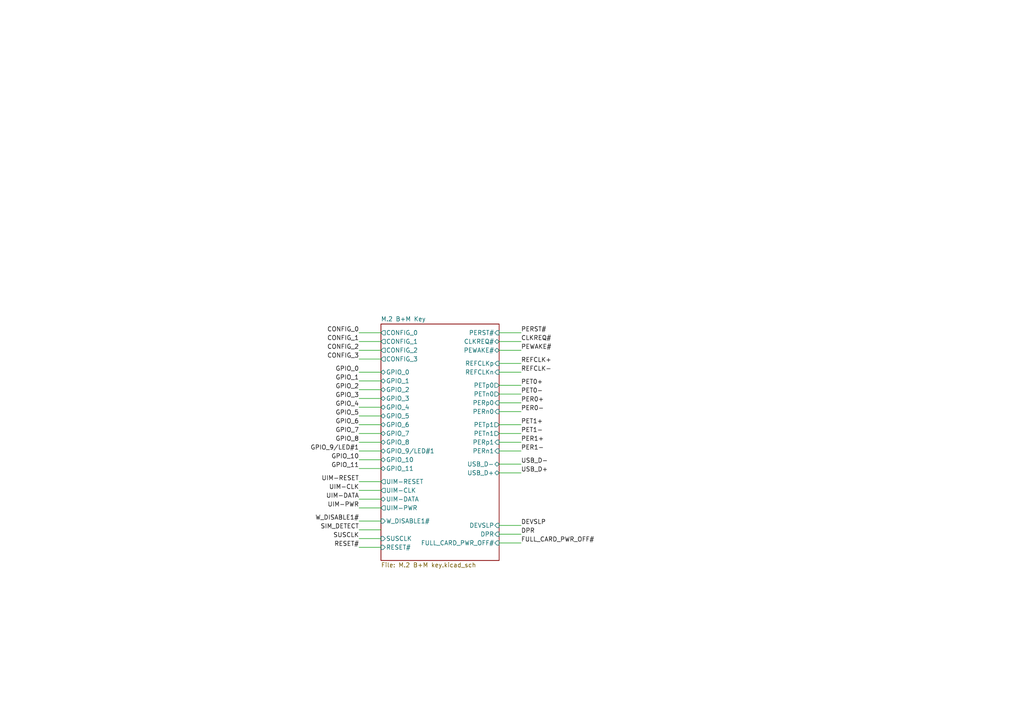
<source format=kicad_sch>
(kicad_sch
	(version 20250114)
	(generator "eeschema")
	(generator_version "9.0")
	(uuid "bf595846-33e1-4f83-992a-a65eed3469a0")
	(paper "A4")
	(lib_symbols)
	(wire
		(pts
			(xy 104.14 147.32) (xy 110.49 147.32)
		)
		(stroke
			(width 0)
			(type default)
		)
		(uuid "027add05-b55c-4210-81e1-e779cabdca0e")
	)
	(wire
		(pts
			(xy 104.14 123.19) (xy 110.49 123.19)
		)
		(stroke
			(width 0)
			(type default)
		)
		(uuid "03deeb55-6619-474c-b97a-099fd68ca772")
	)
	(wire
		(pts
			(xy 144.78 152.4) (xy 151.13 152.4)
		)
		(stroke
			(width 0)
			(type default)
		)
		(uuid "0a3b7058-546c-4069-985a-f18fba2df344")
	)
	(wire
		(pts
			(xy 104.14 101.6) (xy 110.49 101.6)
		)
		(stroke
			(width 0)
			(type default)
		)
		(uuid "140bd7a0-f935-45af-b6de-dd5191fa8796")
	)
	(wire
		(pts
			(xy 104.14 128.27) (xy 110.49 128.27)
		)
		(stroke
			(width 0)
			(type default)
		)
		(uuid "1624ccec-c230-496b-b410-9445092885e5")
	)
	(wire
		(pts
			(xy 144.78 123.19) (xy 151.13 123.19)
		)
		(stroke
			(width 0)
			(type default)
		)
		(uuid "16b36344-f231-4a12-af09-5276f38a1085")
	)
	(wire
		(pts
			(xy 104.14 153.67) (xy 110.49 153.67)
		)
		(stroke
			(width 0)
			(type default)
		)
		(uuid "24b83330-9299-4371-84a9-1589c86ab8a8")
	)
	(wire
		(pts
			(xy 104.14 110.49) (xy 110.49 110.49)
		)
		(stroke
			(width 0)
			(type default)
		)
		(uuid "321fb38b-2c52-4e3a-addb-b33a8178a987")
	)
	(wire
		(pts
			(xy 144.78 125.73) (xy 151.13 125.73)
		)
		(stroke
			(width 0)
			(type default)
		)
		(uuid "3f82287f-e9ef-4d8d-8029-608ac80a35cc")
	)
	(wire
		(pts
			(xy 144.78 101.6) (xy 151.13 101.6)
		)
		(stroke
			(width 0)
			(type default)
		)
		(uuid "3fedc89a-131f-469a-bdeb-11ccabc183ae")
	)
	(wire
		(pts
			(xy 104.14 156.21) (xy 110.49 156.21)
		)
		(stroke
			(width 0)
			(type default)
		)
		(uuid "44e264d4-5794-47c2-9651-7b773699c698")
	)
	(wire
		(pts
			(xy 104.14 142.24) (xy 110.49 142.24)
		)
		(stroke
			(width 0)
			(type default)
		)
		(uuid "50d40c12-5a82-46bf-8755-8f797d5f06df")
	)
	(wire
		(pts
			(xy 144.78 157.48) (xy 151.13 157.48)
		)
		(stroke
			(width 0)
			(type default)
		)
		(uuid "5b068289-eb18-48cb-b4ad-ee94e9fc04c3")
	)
	(wire
		(pts
			(xy 144.78 128.27) (xy 151.13 128.27)
		)
		(stroke
			(width 0)
			(type default)
		)
		(uuid "62366e99-c435-41d4-8f93-a843e83c3051")
	)
	(wire
		(pts
			(xy 144.78 114.3) (xy 151.13 114.3)
		)
		(stroke
			(width 0)
			(type default)
		)
		(uuid "6a43c40e-8604-4ebb-92e5-560d66c7b20c")
	)
	(wire
		(pts
			(xy 104.14 107.95) (xy 110.49 107.95)
		)
		(stroke
			(width 0)
			(type default)
		)
		(uuid "6e4e4ff3-9b5f-463a-83eb-ade94b0ef021")
	)
	(wire
		(pts
			(xy 104.14 120.65) (xy 110.49 120.65)
		)
		(stroke
			(width 0)
			(type default)
		)
		(uuid "6f7a3603-1e2e-4440-91a7-9e2680ec4ef9")
	)
	(wire
		(pts
			(xy 144.78 116.84) (xy 151.13 116.84)
		)
		(stroke
			(width 0)
			(type default)
		)
		(uuid "6fba17cb-2f6f-469d-ab2a-13dea934ef9c")
	)
	(wire
		(pts
			(xy 104.14 113.03) (xy 110.49 113.03)
		)
		(stroke
			(width 0)
			(type default)
		)
		(uuid "7af7cceb-1ab4-477c-b32a-a7c05766e3a7")
	)
	(wire
		(pts
			(xy 144.78 107.95) (xy 151.13 107.95)
		)
		(stroke
			(width 0)
			(type default)
		)
		(uuid "7bc9a1c8-12ad-4dc4-8b82-27e898acb24b")
	)
	(wire
		(pts
			(xy 104.14 125.73) (xy 110.49 125.73)
		)
		(stroke
			(width 0)
			(type default)
		)
		(uuid "978eeb83-2560-4b72-ae82-756419750986")
	)
	(wire
		(pts
			(xy 144.78 137.16) (xy 151.13 137.16)
		)
		(stroke
			(width 0)
			(type default)
		)
		(uuid "98a23c1f-2359-4e1d-87ed-c400f0f4695e")
	)
	(wire
		(pts
			(xy 144.78 134.62) (xy 151.13 134.62)
		)
		(stroke
			(width 0)
			(type default)
		)
		(uuid "9d98c55d-3cdb-4681-914b-40eac59e5b70")
	)
	(wire
		(pts
			(xy 144.78 111.76) (xy 151.13 111.76)
		)
		(stroke
			(width 0)
			(type default)
		)
		(uuid "9efd37f2-103e-45f9-81c3-4b051abb8fa8")
	)
	(wire
		(pts
			(xy 144.78 119.38) (xy 151.13 119.38)
		)
		(stroke
			(width 0)
			(type default)
		)
		(uuid "b7cf0f89-0ce8-4cc9-a755-fe11f382c8b1")
	)
	(wire
		(pts
			(xy 144.78 130.81) (xy 151.13 130.81)
		)
		(stroke
			(width 0)
			(type default)
		)
		(uuid "bb97b91f-ffc8-4ddd-a2e5-33a0b6796ec2")
	)
	(wire
		(pts
			(xy 104.14 144.78) (xy 110.49 144.78)
		)
		(stroke
			(width 0)
			(type default)
		)
		(uuid "c0a9e061-6c52-43e8-abc8-6e306c30ecfd")
	)
	(wire
		(pts
			(xy 104.14 133.35) (xy 110.49 133.35)
		)
		(stroke
			(width 0)
			(type default)
		)
		(uuid "c47f0904-73d9-4f9b-ad7e-e60c6920630a")
	)
	(wire
		(pts
			(xy 104.14 130.81) (xy 110.49 130.81)
		)
		(stroke
			(width 0)
			(type default)
		)
		(uuid "cad16c5a-1a83-4c92-a7f4-f1ab6b6c6772")
	)
	(wire
		(pts
			(xy 144.78 99.06) (xy 151.13 99.06)
		)
		(stroke
			(width 0)
			(type default)
		)
		(uuid "cf822457-a2d8-479e-bc23-fb8233b4e49d")
	)
	(wire
		(pts
			(xy 104.14 104.14) (xy 110.49 104.14)
		)
		(stroke
			(width 0)
			(type default)
		)
		(uuid "d1a948bf-2b04-42a5-9e6d-2c763959268c")
	)
	(wire
		(pts
			(xy 144.78 105.41) (xy 151.13 105.41)
		)
		(stroke
			(width 0)
			(type default)
		)
		(uuid "d42914fb-d198-498d-a3e2-35320274fdf0")
	)
	(wire
		(pts
			(xy 104.14 158.75) (xy 110.49 158.75)
		)
		(stroke
			(width 0)
			(type default)
		)
		(uuid "d6ef74e2-053f-45f2-b489-3c02e3993129")
	)
	(wire
		(pts
			(xy 104.14 118.11) (xy 110.49 118.11)
		)
		(stroke
			(width 0)
			(type default)
		)
		(uuid "daef4c00-85b6-4938-bc4b-094c9951ee66")
	)
	(wire
		(pts
			(xy 104.14 99.06) (xy 110.49 99.06)
		)
		(stroke
			(width 0)
			(type default)
		)
		(uuid "e12a6313-50e9-4fc6-ac13-8395b45edb40")
	)
	(wire
		(pts
			(xy 104.14 135.89) (xy 110.49 135.89)
		)
		(stroke
			(width 0)
			(type default)
		)
		(uuid "e4a063ac-64e6-49fb-8e55-aa0fe0757754")
	)
	(wire
		(pts
			(xy 144.78 154.94) (xy 151.13 154.94)
		)
		(stroke
			(width 0)
			(type default)
		)
		(uuid "ebe60d41-621d-4f7c-b40e-5a662be3191d")
	)
	(wire
		(pts
			(xy 144.78 96.52) (xy 151.13 96.52)
		)
		(stroke
			(width 0)
			(type default)
		)
		(uuid "f09c4b79-0454-4497-95da-2173ad04dfc3")
	)
	(wire
		(pts
			(xy 104.14 151.13) (xy 110.49 151.13)
		)
		(stroke
			(width 0)
			(type default)
		)
		(uuid "f46058bd-54eb-4b99-accb-5f1805a8c9c7")
	)
	(wire
		(pts
			(xy 104.14 115.57) (xy 110.49 115.57)
		)
		(stroke
			(width 0)
			(type default)
		)
		(uuid "fa31e4ab-7a52-419e-90cb-27a1c81610b0")
	)
	(wire
		(pts
			(xy 104.14 96.52) (xy 110.49 96.52)
		)
		(stroke
			(width 0)
			(type default)
		)
		(uuid "fadf04a1-225d-44aa-a94f-db24d0bd9182")
	)
	(wire
		(pts
			(xy 104.14 139.7) (xy 110.49 139.7)
		)
		(stroke
			(width 0)
			(type default)
		)
		(uuid "ff652a0c-874b-4dec-b926-2a10d88b73fb")
	)
	(label "GPIO_0"
		(at 104.14 107.95 180)
		(effects
			(font
				(size 1.27 1.27)
			)
			(justify right bottom)
		)
		(uuid "091953df-2d22-42e9-a736-33a4dad4817f")
	)
	(label "PET1-"
		(at 151.13 125.73 0)
		(effects
			(font
				(size 1.27 1.27)
			)
			(justify left bottom)
		)
		(uuid "0ce29dda-e348-414a-a140-7ae1b366bd89")
	)
	(label "PET0-"
		(at 151.13 114.3 0)
		(effects
			(font
				(size 1.27 1.27)
			)
			(justify left bottom)
		)
		(uuid "17f106fa-ed28-4b1d-bab4-694573df8cc9")
	)
	(label "CLKREQ#"
		(at 151.13 99.06 0)
		(effects
			(font
				(size 1.27 1.27)
			)
			(justify left bottom)
		)
		(uuid "1ab02429-0744-4cce-9933-498719b50ebe")
	)
	(label "GPIO_3"
		(at 104.14 115.57 180)
		(effects
			(font
				(size 1.27 1.27)
			)
			(justify right bottom)
		)
		(uuid "1c67fe6a-61e4-45ad-b32c-297d469558a1")
	)
	(label "UIM-PWR"
		(at 104.14 147.32 180)
		(effects
			(font
				(size 1.27 1.27)
			)
			(justify right bottom)
		)
		(uuid "1d24901e-4b45-476a-84ff-8891bcc11516")
	)
	(label "CONFIG_3"
		(at 104.14 104.14 180)
		(effects
			(font
				(size 1.27 1.27)
			)
			(justify right bottom)
		)
		(uuid "2409e62f-2529-4a33-bf22-0df33c9d324c")
	)
	(label "W_DISABLE1#"
		(at 104.14 151.13 180)
		(effects
			(font
				(size 1.27 1.27)
			)
			(justify right bottom)
		)
		(uuid "2e8c4f78-9789-4d5e-b3b6-2c757cdf8f2c")
	)
	(label "SUSCLK"
		(at 104.14 156.21 180)
		(effects
			(font
				(size 1.27 1.27)
			)
			(justify right bottom)
		)
		(uuid "3087ca68-24f5-4775-8baa-88ece10248a2")
	)
	(label "GPIO_10"
		(at 104.14 133.35 180)
		(effects
			(font
				(size 1.27 1.27)
			)
			(justify right bottom)
		)
		(uuid "31254fe9-b82a-49fb-b5d4-08dd95c54184")
	)
	(label "GPIO_2"
		(at 104.14 113.03 180)
		(effects
			(font
				(size 1.27 1.27)
			)
			(justify right bottom)
		)
		(uuid "3649a10d-7d5b-42e9-bbe5-6556ac42070f")
	)
	(label "REFCLK+"
		(at 151.13 105.41 0)
		(effects
			(font
				(size 1.27 1.27)
			)
			(justify left bottom)
		)
		(uuid "3918a797-40f4-431c-a0c3-4bee6e7229d4")
	)
	(label "GPIO_11"
		(at 104.14 135.89 180)
		(effects
			(font
				(size 1.27 1.27)
			)
			(justify right bottom)
		)
		(uuid "3ae386a0-486f-4269-9d4a-cc493b2b6bd7")
	)
	(label "PET0+"
		(at 151.13 111.76 0)
		(effects
			(font
				(size 1.27 1.27)
			)
			(justify left bottom)
		)
		(uuid "4dbd5b1f-51d0-44aa-b7e8-50e79cb87f73")
	)
	(label "FULL_CARD_PWR_OFF#"
		(at 151.13 157.48 0)
		(effects
			(font
				(size 1.27 1.27)
			)
			(justify left bottom)
		)
		(uuid "4f99187f-bf26-49a2-9c96-2bf73aede6fa")
	)
	(label "PER1+"
		(at 151.13 128.27 0)
		(effects
			(font
				(size 1.27 1.27)
			)
			(justify left bottom)
		)
		(uuid "51bc59c4-482d-4380-98c0-e7ba587056f7")
	)
	(label "GPIO_9{slash}LED#1"
		(at 104.14 130.81 180)
		(effects
			(font
				(size 1.27 1.27)
			)
			(justify right bottom)
		)
		(uuid "573e21c1-8ea3-4d1d-9997-9707a7c7ade8")
	)
	(label "GPIO_6"
		(at 104.14 123.19 180)
		(effects
			(font
				(size 1.27 1.27)
			)
			(justify right bottom)
		)
		(uuid "5dd4f0b8-6811-4143-8b27-7ea5e7a6697f")
	)
	(label "CONFIG_1"
		(at 104.14 99.06 180)
		(effects
			(font
				(size 1.27 1.27)
			)
			(justify right bottom)
		)
		(uuid "5e65b45d-a693-470f-b9f7-f2ba21625750")
	)
	(label "GPIO_4"
		(at 104.14 118.11 180)
		(effects
			(font
				(size 1.27 1.27)
			)
			(justify right bottom)
		)
		(uuid "6c41bf76-3335-4c2d-b5d4-96f912d5f805")
	)
	(label "UIM-DATA"
		(at 104.14 144.78 180)
		(effects
			(font
				(size 1.27 1.27)
			)
			(justify right bottom)
		)
		(uuid "7985ada2-5107-45fe-8b32-e6113d53f479")
	)
	(label "PET1+"
		(at 151.13 123.19 0)
		(effects
			(font
				(size 1.27 1.27)
			)
			(justify left bottom)
		)
		(uuid "79e4330b-8165-48a1-b668-a3b0e6696da8")
	)
	(label "GPIO_7"
		(at 104.14 125.73 180)
		(effects
			(font
				(size 1.27 1.27)
			)
			(justify right bottom)
		)
		(uuid "7b0a5ae2-5c97-4d20-8a10-621008972621")
	)
	(label "USB_D+"
		(at 151.13 137.16 0)
		(effects
			(font
				(size 1.27 1.27)
			)
			(justify left bottom)
		)
		(uuid "7d9ecf3a-19b7-473a-9dfc-78a8f347d23b")
	)
	(label "PER0+"
		(at 151.13 116.84 0)
		(effects
			(font
				(size 1.27 1.27)
			)
			(justify left bottom)
		)
		(uuid "84e938b3-73fe-4e62-a1d8-0c8b1f0b3f8f")
	)
	(label "RESET#"
		(at 104.14 158.75 180)
		(effects
			(font
				(size 1.27 1.27)
			)
			(justify right bottom)
		)
		(uuid "89e06165-dd8b-4b2e-ad05-e528834c68e4")
	)
	(label "GPIO_8"
		(at 104.14 128.27 180)
		(effects
			(font
				(size 1.27 1.27)
			)
			(justify right bottom)
		)
		(uuid "8b833d1a-6c72-4ede-ac0a-d6aa5582206e")
	)
	(label "GPIO_1"
		(at 104.14 110.49 180)
		(effects
			(font
				(size 1.27 1.27)
			)
			(justify right bottom)
		)
		(uuid "8ecf919c-7880-42ee-8389-5a8431ea8ccf")
	)
	(label "SIM_DETECT"
		(at 104.14 153.67 180)
		(effects
			(font
				(size 1.27 1.27)
			)
			(justify right bottom)
		)
		(uuid "96723788-b6b8-47fe-a0b0-994ce0d97561")
	)
	(label "UIM-CLK"
		(at 104.14 142.24 180)
		(effects
			(font
				(size 1.27 1.27)
			)
			(justify right bottom)
		)
		(uuid "977cb352-9d44-4dcb-a0f7-5f8dbed8dd40")
	)
	(label "PER0-"
		(at 151.13 119.38 0)
		(effects
			(font
				(size 1.27 1.27)
			)
			(justify left bottom)
		)
		(uuid "9c1ff039-dbfc-464c-8c72-9fde02bc30d2")
	)
	(label "PER1-"
		(at 151.13 130.81 0)
		(effects
			(font
				(size 1.27 1.27)
			)
			(justify left bottom)
		)
		(uuid "b2e7e4ef-6d41-45c7-bbe7-df08e365af74")
	)
	(label "DEVSLP"
		(at 151.13 152.4 0)
		(effects
			(font
				(size 1.27 1.27)
			)
			(justify left bottom)
		)
		(uuid "b3a18806-7439-474b-ad85-55f575417c33")
	)
	(label "PERST#"
		(at 151.13 96.52 0)
		(effects
			(font
				(size 1.27 1.27)
			)
			(justify left bottom)
		)
		(uuid "bc137fab-449e-44ae-9da7-a9123f3de7de")
	)
	(label "CONFIG_2"
		(at 104.14 101.6 180)
		(effects
			(font
				(size 1.27 1.27)
			)
			(justify right bottom)
		)
		(uuid "bc89dc1c-2c21-4ad0-9622-61c1be3ee5ce")
	)
	(label "GPIO_5"
		(at 104.14 120.65 180)
		(effects
			(font
				(size 1.27 1.27)
			)
			(justify right bottom)
		)
		(uuid "c7268493-aa91-426b-9917-99af49cf7991")
	)
	(label "USB_D-"
		(at 151.13 134.62 0)
		(effects
			(font
				(size 1.27 1.27)
			)
			(justify left bottom)
		)
		(uuid "c87db8eb-e2c1-44c2-b03b-1905893d1bb5")
	)
	(label "PEWAKE#"
		(at 151.13 101.6 0)
		(effects
			(font
				(size 1.27 1.27)
			)
			(justify left bottom)
		)
		(uuid "ce1e9065-a3d4-4e96-b1ed-7bfdcecdb172")
	)
	(label "UIM-RESET"
		(at 104.14 139.7 180)
		(effects
			(font
				(size 1.27 1.27)
			)
			(justify right bottom)
		)
		(uuid "d4a61ed8-4235-40e3-837c-6c249191c96a")
	)
	(label "REFCLK-"
		(at 151.13 107.95 0)
		(effects
			(font
				(size 1.27 1.27)
			)
			(justify left bottom)
		)
		(uuid "db0cac43-609c-467a-9826-4abb0b824709")
	)
	(label "CONFIG_0"
		(at 104.14 96.52 180)
		(effects
			(font
				(size 1.27 1.27)
			)
			(justify right bottom)
		)
		(uuid "ea6cccbe-0bad-4467-9c55-8ab37e778127")
	)
	(label "DPR"
		(at 151.13 154.94 0)
		(effects
			(font
				(size 1.27 1.27)
			)
			(justify left bottom)
		)
		(uuid "f95e1dee-9801-46ca-91df-a84a8638499e")
	)
	(sheet
		(at 110.49 93.98)
		(size 34.29 68.58)
		(exclude_from_sim no)
		(in_bom yes)
		(on_board yes)
		(dnp no)
		(fields_autoplaced yes)
		(stroke
			(width 0.1524)
			(type solid)
		)
		(fill
			(color 0 0 0 0.0000)
		)
		(uuid "82c5a48b-099a-43ad-b86b-8105f738af61")
		(property "Sheetname" "M.2 B+M Key"
			(at 110.49 93.2684 0)
			(effects
				(font
					(size 1.27 1.27)
				)
				(justify left bottom)
			)
		)
		(property "Sheetfile" "M.2 B+M key.kicad_sch"
			(at 110.49 163.1446 0)
			(effects
				(font
					(size 1.27 1.27)
				)
				(justify left top)
			)
		)
		(pin "GPIO_9/LED#1" bidirectional
			(at 110.49 130.81 180)
			(uuid "92191dc6-7f3f-4584-9e05-ba19cac2ae58")
			(effects
				(font
					(size 1.27 1.27)
				)
				(justify left)
			)
		)
		(pin "GPIO_0" bidirectional
			(at 110.49 107.95 180)
			(uuid "81e44016-a03b-47b6-b46a-ab21fc61d541")
			(effects
				(font
					(size 1.27 1.27)
				)
				(justify left)
			)
		)
		(pin "UIM-RESET" output
			(at 110.49 139.7 180)
			(uuid "1bfd7bbe-5c9a-443d-b9ff-09823a521c0a")
			(effects
				(font
					(size 1.27 1.27)
				)
				(justify left)
			)
		)
		(pin "UIM-DATA" bidirectional
			(at 110.49 144.78 180)
			(uuid "4ea6e007-45af-4a36-b917-1278d169deb2")
			(effects
				(font
					(size 1.27 1.27)
				)
				(justify left)
			)
		)
		(pin "GPIO_3" bidirectional
			(at 110.49 115.57 180)
			(uuid "18b2da25-24b7-4770-a128-6327c6b7f3da")
			(effects
				(font
					(size 1.27 1.27)
				)
				(justify left)
			)
		)
		(pin "GPIO_5" bidirectional
			(at 110.49 120.65 180)
			(uuid "c3a5dc33-7be6-4a32-bdf3-951f1586c6d7")
			(effects
				(font
					(size 1.27 1.27)
				)
				(justify left)
			)
		)
		(pin "CONFIG_1" output
			(at 110.49 99.06 180)
			(uuid "24dd2f05-ade1-45f5-967c-174456e3f5f2")
			(effects
				(font
					(size 1.27 1.27)
				)
				(justify left)
			)
		)
		(pin "CONFIG_2" output
			(at 110.49 101.6 180)
			(uuid "7cf194d3-4b8e-4485-ae2e-aa5b9b0df014")
			(effects
				(font
					(size 1.27 1.27)
				)
				(justify left)
			)
		)
		(pin "PERn1" input
			(at 144.78 130.81 0)
			(uuid "942e445e-537e-4800-a3e9-02ad0e82aa68")
			(effects
				(font
					(size 1.27 1.27)
				)
				(justify right)
			)
		)
		(pin "PETn1" output
			(at 144.78 125.73 0)
			(uuid "ec802e64-2cf4-418d-bdfd-6e59d540fc6c")
			(effects
				(font
					(size 1.27 1.27)
				)
				(justify right)
			)
		)
		(pin "DPR" input
			(at 144.78 154.94 0)
			(uuid "acbc3922-7120-404a-9117-c1e492bc29df")
			(effects
				(font
					(size 1.27 1.27)
				)
				(justify right)
			)
		)
		(pin "GPIO_10" bidirectional
			(at 110.49 133.35 180)
			(uuid "84e68d26-dde3-44df-8a10-177d14d9b3b0")
			(effects
				(font
					(size 1.27 1.27)
				)
				(justify left)
			)
		)
		(pin "UIM-PWR" output
			(at 110.49 147.32 180)
			(uuid "4b1f2c78-4e7c-457e-bc92-63874b8aeee2")
			(effects
				(font
					(size 1.27 1.27)
				)
				(justify left)
			)
		)
		(pin "GPIO_7" bidirectional
			(at 110.49 125.73 180)
			(uuid "cdaa8dfc-4d72-468e-ba88-0eec8c0b56fc")
			(effects
				(font
					(size 1.27 1.27)
				)
				(justify left)
			)
		)
		(pin "REFCLKp" input
			(at 144.78 105.41 0)
			(uuid "ee226b4e-e3a0-4a31-a413-85bbf181985e")
			(effects
				(font
					(size 1.27 1.27)
				)
				(justify right)
			)
		)
		(pin "DEVSLP" input
			(at 144.78 152.4 0)
			(uuid "b0983ac8-884d-4fd0-a5f4-5e9041e78451")
			(effects
				(font
					(size 1.27 1.27)
				)
				(justify right)
			)
		)
		(pin "PERn0" input
			(at 144.78 119.38 0)
			(uuid "1122daec-3623-4f2b-a82c-7f3785b0c47f")
			(effects
				(font
					(size 1.27 1.27)
				)
				(justify right)
			)
		)
		(pin "GPIO_1" bidirectional
			(at 110.49 110.49 180)
			(uuid "458455a8-ab33-48ee-86f7-e814296c0777")
			(effects
				(font
					(size 1.27 1.27)
				)
				(justify left)
			)
		)
		(pin "GPIO_4" bidirectional
			(at 110.49 118.11 180)
			(uuid "3a53d4d9-4ec1-4844-9d64-8b416f5d01cb")
			(effects
				(font
					(size 1.27 1.27)
				)
				(justify left)
			)
		)
		(pin "PETp0" output
			(at 144.78 111.76 0)
			(uuid "5ba4d5bf-0181-4524-95f6-b6579e03a3ef")
			(effects
				(font
					(size 1.27 1.27)
				)
				(justify right)
			)
		)
		(pin "CONFIG_0" output
			(at 110.49 96.52 180)
			(uuid "e5a805d6-c4ca-473b-93f8-9df654d59daf")
			(effects
				(font
					(size 1.27 1.27)
				)
				(justify left)
			)
		)
		(pin "PERp0" input
			(at 144.78 116.84 0)
			(uuid "8db2ae98-99e9-4189-b8c6-a36c102ae290")
			(effects
				(font
					(size 1.27 1.27)
				)
				(justify right)
			)
		)
		(pin "PETn0" output
			(at 144.78 114.3 0)
			(uuid "accde2a3-19c3-4c5c-9cc7-1ed14ee4da11")
			(effects
				(font
					(size 1.27 1.27)
				)
				(justify right)
			)
		)
		(pin "REFCLKn" input
			(at 144.78 107.95 0)
			(uuid "b1d6e269-5fa3-4ea7-bc56-426c275665e5")
			(effects
				(font
					(size 1.27 1.27)
				)
				(justify right)
			)
		)
		(pin "SUSCLK" input
			(at 110.49 156.21 180)
			(uuid "4253a4fe-9e6a-4389-986a-a8783210e785")
			(effects
				(font
					(size 1.27 1.27)
				)
				(justify left)
			)
		)
		(pin "PETp1" output
			(at 144.78 123.19 0)
			(uuid "66f7f9b3-ed47-45a2-b85b-84bbc14af4d5")
			(effects
				(font
					(size 1.27 1.27)
				)
				(justify right)
			)
		)
		(pin "USB_D+" bidirectional
			(at 144.78 137.16 0)
			(uuid "09f75163-e6c0-49c2-8445-d760adc63e26")
			(effects
				(font
					(size 1.27 1.27)
				)
				(justify right)
			)
		)
		(pin "FULL_CARD_PWR_OFF#" input
			(at 144.78 157.48 0)
			(uuid "bde3ab81-c357-4d53-99ea-6e8fced33a68")
			(effects
				(font
					(size 1.27 1.27)
				)
				(justify right)
			)
		)
		(pin "GPIO_8" bidirectional
			(at 110.49 128.27 180)
			(uuid "e2d601e1-1f6b-4aaa-9688-1df0c18d96e2")
			(effects
				(font
					(size 1.27 1.27)
				)
				(justify left)
			)
		)
		(pin "W_DISABLE1#" input
			(at 110.49 151.13 180)
			(uuid "2619ad22-bebd-4d8e-86d8-21b17200fa2e")
			(effects
				(font
					(size 1.27 1.27)
				)
				(justify left)
			)
		)
		(pin "USB_D-" bidirectional
			(at 144.78 134.62 0)
			(uuid "2a54011c-9bda-4ac0-bd8e-36a72d02e5be")
			(effects
				(font
					(size 1.27 1.27)
				)
				(justify right)
			)
		)
		(pin "PERp1" input
			(at 144.78 128.27 0)
			(uuid "c37f3ce2-4b3e-4798-967c-2deb80e9aee8")
			(effects
				(font
					(size 1.27 1.27)
				)
				(justify right)
			)
		)
		(pin "GPIO_2" bidirectional
			(at 110.49 113.03 180)
			(uuid "ad4ff8b3-404c-4469-b794-5312d7f5ba61")
			(effects
				(font
					(size 1.27 1.27)
				)
				(justify left)
			)
		)
		(pin "RESET#" input
			(at 110.49 158.75 180)
			(uuid "79e613c2-1683-471e-b6c5-627f099fd2d9")
			(effects
				(font
					(size 1.27 1.27)
				)
				(justify left)
			)
		)
		(pin "PERST#" input
			(at 144.78 96.52 0)
			(uuid "75eeebc4-1370-45c4-be99-6cbc0faabaa7")
			(effects
				(font
					(size 1.27 1.27)
				)
				(justify right)
			)
		)
		(pin "CONFIG_3" output
			(at 110.49 104.14 180)
			(uuid "21287cae-4520-4020-abc7-7a55b5f7a070")
			(effects
				(font
					(size 1.27 1.27)
				)
				(justify left)
			)
		)
		(pin "GPIO_11" bidirectional
			(at 110.49 135.89 180)
			(uuid "65f9ecec-8155-4822-b4c9-e0e42c2237f7")
			(effects
				(font
					(size 1.27 1.27)
				)
				(justify left)
			)
		)
		(pin "UIM-CLK" output
			(at 110.49 142.24 180)
			(uuid "e5d11879-0551-4b3c-95cd-08071feb153f")
			(effects
				(font
					(size 1.27 1.27)
				)
				(justify left)
			)
		)
		(pin "PEWAKE#" bidirectional
			(at 144.78 101.6 0)
			(uuid "c0ec1879-bbf3-4c79-800b-77ce471bf441")
			(effects
				(font
					(size 1.27 1.27)
				)
				(justify right)
			)
		)
		(pin "CLKREQ#" bidirectional
			(at 144.78 99.06 0)
			(uuid "75da8b21-3023-4b07-b222-562ad151f760")
			(effects
				(font
					(size 1.27 1.27)
				)
				(justify right)
			)
		)
		(pin "GPIO_6" bidirectional
			(at 110.49 123.19 180)
			(uuid "e6c68d30-a3d2-4678-866d-c5b8100d1168")
			(effects
				(font
					(size 1.27 1.27)
				)
				(justify left)
			)
		)
		(instances
			(project "M.2 B+M Key 2260"
				(path "/bf595846-33e1-4f83-992a-a65eed3469a0"
					(page "2")
				)
			)
		)
	)
	(sheet_instances
		(path "/"
			(page "1")
		)
	)
	(embedded_fonts no)
)

</source>
